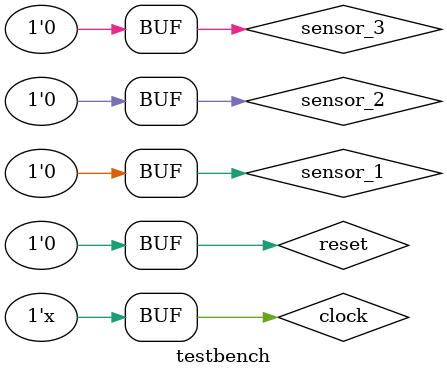
<source format=v>
module testbench();

reg clock, reset;
reg sensor_1, sensor_2, sensor_3;
wire motor_1, motor_2, motor_3;

vending v (
	.clock(clock),
	.reset(reset),
	.sensor_1(sensor_1),
	.sensor_2(sensor_2),
	.sensor_3(sensor_3),
	.motor_1(motor_1),
	.motor_2(motor_2),
	.motor_3(motor_3)
);

initial begin
	clock = 1'b0;
	reset = 1'b0;

	#5;

	// Give 5₺, get sandwich
	sensor_1 = 1'b0; sensor_2 = 1'b0; sensor_3 = 1'b0;	#10;
	sensor_1 = 1'b1; sensor_2 = 1'b1; sensor_3 = 1'b0; #10;
	sensor_1 = 1'b1; sensor_2 = 1'b1; sensor_3 = 1'b0; #10;
	sensor_1 = 1'b1; sensor_2 = 1'b1; sensor_3 = 1'b0; #10;
	sensor_1 = 1'b1; sensor_2 = 1'b1; sensor_3 = 1'b0; #10;
	sensor_1 = 1'b1; sensor_2 = 1'b1; sensor_3 = 1'b0; #10;
	sensor_1 = 1'b0; sensor_2 = 1'b0; sensor_3 = 1'b0; #10;
	
	// Give 5.5₺, get sandwich and 0.5₺ return
	sensor_1 = 1'b0; sensor_2 = 1'b0; sensor_3 = 1'b0; #10;
	sensor_1 = 1'b1; sensor_2 = 1'b1; sensor_3 = 1'b0; #10;
	sensor_1 = 1'b1; sensor_2 = 1'b1; sensor_3 = 1'b0; #10;
	sensor_1 = 1'b1; sensor_2 = 1'b1; sensor_3 = 1'b0; #10;
	sensor_1 = 1'b1; sensor_2 = 1'b1; sensor_3 = 1'b0; #10;
	sensor_1 = 1'b1; sensor_2 = 1'b0; sensor_3 = 1'b0; #10;
	sensor_1 = 1'b1; sensor_2 = 1'b1; sensor_3 = 1'b0; #10;
	sensor_1 = 1'b0; sensor_2 = 1'b0; sensor_3 = 1'b0; #10;

	// Give 2.5₺, get water and 0.5₺ return
	sensor_1 = 1'b0; sensor_2 = 1'b0; sensor_3 = 1'b0; #10;
	sensor_1 = 1'b1; sensor_2 = 1'b0; sensor_3 = 1'b0; #10;
	sensor_1 = 1'b1; sensor_2 = 1'b0; sensor_3 = 1'b0; #10;
	sensor_1 = 1'b1; sensor_2 = 1'b0; sensor_3 = 1'b0; #10;
	sensor_1 = 1'b1; sensor_2 = 1'b0; sensor_3 = 1'b0; #10;
	sensor_1 = 1'b1; sensor_2 = 1'b0; sensor_3 = 1'b0; #10;
	sensor_1 = 1'b0; sensor_2 = 1'b0; sensor_3 = 1'b0; #10;
	sensor_1 = 1'b0; sensor_2 = 1'b0; sensor_3 = 1'b0; #10;
	
	// Give 3₺, get water and 0.5₺ return
	sensor_1 = 1'b0; sensor_2 = 1'b0; sensor_3 = 1'b0; #10;
	sensor_1 = 1'b1; sensor_2 = 1'b1; sensor_3 = 1'b0; #10;
	sensor_1 = 1'b1; sensor_2 = 1'b1; sensor_3 = 1'b0; #10;
	sensor_1 = 1'b1; sensor_2 = 1'b1; sensor_3 = 1'b0; #10;
	sensor_1 = 1'b0; sensor_2 = 1'b0; sensor_3 = 1'b0; #10;
	sensor_1 = 1'b0; sensor_2 = 1'b0; sensor_3 = 1'b0; #10;
	
end

always begin
	#5 clock = !clock;
end

endmodule
</source>
